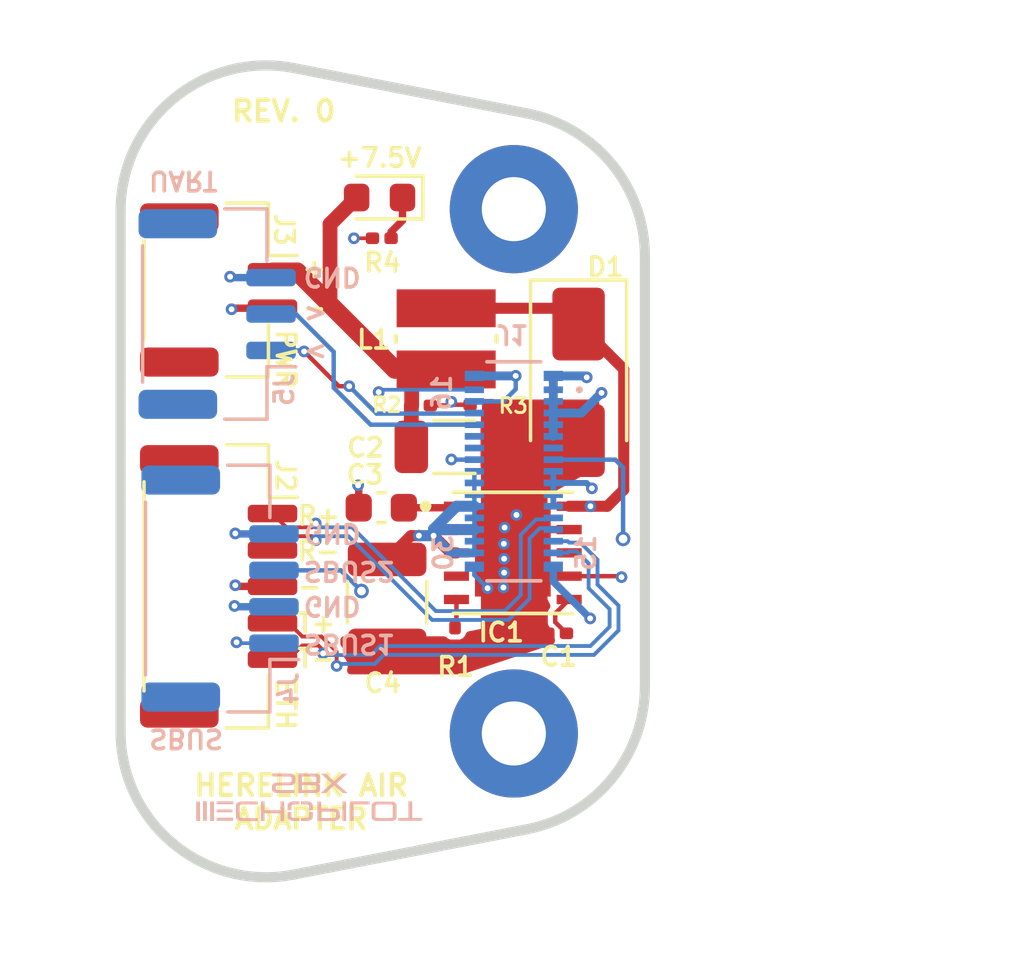
<source format=kicad_pcb>
(kicad_pcb (version 20221018) (generator pcbnew)
  (layers (0 "F.Cu" signal) (1 "In1.Cu" power "Gnd1.Cu") (2 "In2.Cu" signal "In1.Cu") (3 "In3.Cu" signal "In2.Cu") (4 "In4.Cu" power "Gnd2.Cu") (31 "B.Cu" signal) (34 "B.Paste" user) (35 "F.Paste" user) (36 "B.SilkS" user "B.Silkscreen") (37 "F.SilkS" user "F.Silkscreen") (38 "B.Mask" user) (39 "F.Mask" user) (44 "Edge.Cuts" user))
  (net 0 "")
  (net 1 "GND")
  (net 3 "SBUS2_HERELINK")
  (net 4 "ETH_RADIO_RX_POSTMAG_P")
  (net 5 "ETH_RADIO_RX_POSTMAG_N")
  (net 6 "ETH_RADIO_TX_POSTMAG_P")
  (net 7 "ETH_RADIO_TX_POSTMAG_N")
  (net 8 "TELEM1_TX")
  (net 9 "TELEM1_RX")
  (net 12 "+VIN_PROT_RADIO")
  (net 13 "+7.5V")
  (net 14 "RC_INPUT")
  (net 15 "Net-(IC1-SS)")
  (net 16 "Net-(IC1-BOOT)")
  (net 17 "Net-(D1-K)")
  (net 19 "Net-(IC1-RT{slash}SYNC)")
  (net 20 "Net-(IC1-FB)")
  (net 22 "Net-(D2-K)")
  (footprint "Resistor_SMD:R_0201_0603Metric" (layer "F.Cu") (at 100.8126 97.7392)
    (fp_text reference "R2" (at -1.1726 -0.0192) (layer "F.SilkS") (effects (font (size 0.508 0.508) (thickness 0.1016) bold)))
    (fp_text value "90.9K")
    (pad "1" smd roundrect (at -0.32 0) (size 0.46 0.4) (layers "F.Cu" "F.Mask") (net 13 "+7.5V"))
    (pad "2" smd roundrect (at 0.32 0) (size 0.46 0.4) (layers "F.Cu" "F.Mask") (net 20 "Net-(IC1-FB)"))
  )
  (footprint "Capacitor_SMD:C_1206_3216Metric" (layer "F.Cu") (at 101.9556 99.1616)
    (fp_text reference "C2" (at -3.048 0.0254) (layer "F.SilkS") (effects (font (size 0.635 0.635) (thickness 0.127))))
    (fp_text value "47uF")
    (pad "1" smd roundrect (at -1.475 0) (size 1.15 1.8) (layers "F.Cu" "F.Paste" "F.Mask") (roundrect_rratio 0.217391) (net 13 "+7.5V"))
    (pad "2" smd roundrect (at 1.475 0) (size 1.15 1.8) (layers "F.Cu" "F.Paste" "F.Mask") (roundrect_rratio 0.217391) (net 1 "GND"))
  )
  (footprint "Capacitor_SMD:C_0603_1608Metric" (layer "F.Cu") (at 99.45 101.25 180)
    (fp_text reference "C3" (at 0.56 1.13) (layer "F.SilkS") (effects (font (size 0.635 0.635) (thickness 0.127))))
    (fp_text value "0.1uF 100V")
    (pad "1" smd roundrect (at -0.775 0 180) (size 0.9 0.95) (layers "F.Cu" "F.Paste" "F.Mask") (net 16 "Net-(IC1-BOOT)"))
    (pad "2" smd roundrect (at 0.775 0 180) (size 0.9 0.95) (layers "F.Cu" "F.Paste" "F.Mask") (net 17 "Net-(D1-K)"))
  )
  (footprint "MountingHole:MountingHole_2.2mm_M2_Pad" (layer "F.Cu") (at 104 91)
    (fp_text reference "H1" hide)
    (fp_text value "MountingHole_Pad")
    (pad "1" thru_hole circle (at 0 0) (size 4.4 4.4) (drill 2.2) (layers "*.Cu" "*.Mask") (net 1 "GND"))
  )
  (footprint "Resistor_SMD:R_0201_0603Metric" (layer "F.Cu") (at 102.8192 97.7138)
    (fp_text reference "R3" (at 1.1608 0.0362) (layer "F.SilkS") (effects (font (size 0.508 0.508) (thickness 0.1016) bold)))
    (fp_text value "10K")
    (pad "1" smd roundrect (at -0.32 0) (size 0.46 0.4) (layers "F.Cu" "F.Mask") (net 20 "Net-(IC1-FB)"))
    (pad "2" smd roundrect (at 0.32 0) (size 0.46 0.4) (layers "F.Cu" "F.Mask") (net 1 "GND"))
  )
  (footprint "UVDL.Pretty:IND_336047_WRE" (layer "F.Cu") (at 101.6762 95.4532 -90)
    (fp_text reference "L1" (at 0.0254 2.4892 unlocked) (layer "F.SilkS") (effects (font (size 0.635 0.635) (thickness 0.127))))
    (fp_text value "4.7uF")
    (pad "1" smd rect (at -1.05 0 270) (size 1.3 3.4) (layers "F.Cu" "F.Paste" "F.Mask") (net 17 "Net-(D1-K)"))
    (pad "2" smd rect (at 1.05 0 270) (size 1.3 3.4) (layers "F.Cu" "F.Paste" "F.Mask") (net 13 "+7.5V"))
    (zone (net 0) (net_name "") (layer "F.Cu") (connect_pads (clearance 0)) (min_thickness 0.254)
      (keepout (tracks not_allowed) (vias not_allowed) (pads allowed) (copperpour not_allowed) (footprints allowed))
      (fill (thermal_gap 0.508) (thermal_bridge_width 0.508))
      (polygon (pts (xy 103.2256 95.0976) (xy 103.2256 95.8088) (xy 100.1268 95.8088) (xy 100.1268 95.0976)))
    )
  )
  (footprint "LED_SMD:LED_0603_1608Metric" (layer "F.Cu") (at 99.3902 90.6018 180)
    (fp_text reference "D2" hide)
    (fp_text value "LED_G")
    (pad "1" smd roundrect (at -0.7875 0 180) (size 0.875 0.95) (layers "F.Cu" "F.Paste" "F.Mask") (net 22 "Net-(D2-K)"))
    (pad "2" smd roundrect (at 0.7875 0 180) (size 0.875 0.95) (layers "F.Cu" "F.Paste" "F.Mask") (net 13 "+7.5V"))
  )
  (footprint "MountingHole:MountingHole_2.2mm_M2_Pad" (layer "F.Cu") (at 104 109)
    (fp_text reference "H2" hide)
    (fp_text value "MountingHole_Pad")
    (pad "1" thru_hole circle (at 0 0) (size 4.4 4.4) (drill 2.2) (layers "*.Cu" "*.Mask") (net 1 "GND"))
  )
  (footprint "Connector_JST:JST_GH_SM02B-GHS-TB_1x02-1MP_P1.25mm_Horizontal" (layer "F.Cu") (at 93.865238 93.775 -90)
    (fp_text reference "J3" (at -2.075 -2.25 -90 unlocked) (layer "F.SilkS") (effects (font (size 0.635 0.635) (thickness 0.127) bold)))
    (fp_text value "Conn_01x02")
    (pad "1" smd roundrect (at -0.625 -1.85 270) (size 0.6 1.7) (layers "F.Cu" "F.Paste" "F.Mask") (net 13 "+7.5V"))
    (pad "2" smd roundrect (at 0.625 -1.85 270) (size 0.6 1.7) (layers "F.Cu" "F.Paste" "F.Mask") (net 1 "GND"))
    (pad "MP" smd roundrect (at -2.475 1.35 270) (size 1 2.7) (layers "F.Cu" "F.Paste" "F.Mask"))
    (pad "MP" smd roundrect (at 2.475 1.35 270) (size 1 2.7) (layers "F.Cu" "F.Paste" "F.Mask"))
  )
  (footprint "Capacitor_SMD:C_0201_0603Metric" (layer "F.Cu") (at 105.4862 105.5624 180)
    (fp_text reference "C1" (at -0.055 -0.8) (layer "F.SilkS") (effects (font (size 0.635 0.635) (thickness 0.127))))
    (fp_text value "4.7nF")
    (pad "1" smd roundrect (at -0.32 0 180) (size 0.46 0.4) (layers "F.Cu" "F.Mask") (net 15 "Net-(IC1-SS)"))
    (pad "2" smd roundrect (at 0.32 0 180) (size 0.46 0.4) (layers "F.Cu" "F.Mask") (net 1 "GND"))
  )
  (footprint "Diode_SMD:D_SMA" (layer "F.Cu") (at 106.2228 96.9452 -90)
    (fp_text reference "D1" (at -3.9552 -0.9272 -180) (layer "F.SilkS") (effects (font (size 0.635 0.635) (thickness 0.127))))
    (fp_text value "D_Zener")
    (pad "1" smd roundrect (at -2 0 270) (size 2.5 1.8) (layers "F.Cu" "F.Paste" "F.Mask") (roundrect_rratio 0.1388888889) (net 17 "Net-(D1-K)"))
    (pad "2" smd roundrect (at 2 0 270) (size 2.5 1.8) (layers "F.Cu" "F.Paste" "F.Mask") (roundrect_rratio 0.1388888889) (net 1 "GND"))
  )
  (footprint "UVDL.Pretty:SON80P400X400X80-11N" (layer "F.Cu") (at 103.965 102.8)
    (fp_text reference "IC1" (at -0.395 2.73) (layer "F.SilkS") (effects (font (size 0.635 0.635) (thickness 0.127) bold)))
    (fp_text value "LMR14020SQDPRRQ1")
    (pad "1" smd rect (at -1.935 -1.6) (size 0.86 0.32) (layers "F.Cu" "F.Paste" "F.Mask") (net 16 "Net-(IC1-BOOT)"))
    (pad "2" smd rect (at -1.935 -0.8) (size 0.86 0.32) (layers "F.Cu" "F.Paste" "F.Mask") (net 12 "+VIN_PROT_RADIO"))
    (pad "3" smd rect (at -1.935 0) (size 0.86 0.32) (layers "F.Cu" "F.Paste" "F.Mask") (net 12 "+VIN_PROT_RADIO"))
    (pad "4" smd rect (at -1.935 0.8) (size 0.86 0.32) (layers "F.Cu" "F.Paste" "F.Mask"))
    (pad "5" smd rect (at -1.935 1.6) (size 0.86 0.32) (layers "F.Cu" "F.Paste" "F.Mask") (net 19 "Net-(IC1-RT{slash}SYNC)"))
    (pad "6" smd rect (at 1.935 1.6) (size 0.86 0.32) (layers "F.Cu" "F.Paste" "F.Mask") (net 15 "Net-(IC1-SS)"))
    (pad "7" smd rect (at 1.935 0.8) (size 0.86 0.32) (layers "F.Cu" "F.Paste" "F.Mask") (net 20 "Net-(IC1-FB)"))
    (pad "8" smd rect (at 1.935 0) (size 0.86 0.32) (layers "F.Cu" "F.Paste" "F.Mask"))
    (pad "9" smd rect (at 1.935 -0.8) (size 0.86 0.32) (layers "F.Cu" "F.Paste" "F.Mask") (net 1 "GND"))
    (pad "10" smd rect (at 1.935 -1.6) (size 0.86 0.32) (layers "F.Cu" "F.Paste" "F.Mask") (net 17 "Net-(D1-K)"))
    (pad "11" smd rect (at 0 0) (size 2.6 3) (layers "F.Cu" "F.Mask") (net 1 "GND"))
  )
  (footprint "Capacitor_SMD:C_1210_3225Metric" (layer "F.Cu") (at 99.65 104.5 -90)
    (fp_text reference "C4" (at 2.77 0.15 -180) (layer "F.SilkS") (effects (font (size 0.635 0.635) (thickness 0.127))))
    (fp_text value "10uF 63V")
    (pad "1" smd roundrect (at -1.475 0 270) (size 1.15 2.7) (layers "F.Cu" "F.Paste" "F.Mask") (roundrect_rratio 0.217391) (net 12 "+VIN_PROT_RADIO"))
    (pad "2" smd roundrect (at 1.475 0 270) (size 1.15 2.7) (layers "F.Cu" "F.Paste" "F.Mask") (roundrect_rratio 0.217391) (net 1 "GND"))
  )
  (footprint "Connector_JST:JST_GH_SM05B-GHS-TB_1x05-1MP_P1.25mm_Horizontal" (layer "F.Cu") (at 93.865238 103.95 -90)
    (fp_text reference "J2" (at -3.8 -2.3 -90 unlocked) (layer "F.SilkS") (effects (font (size 0.635 0.635) (thickness 0.127) bold)))
    (fp_text value "Conn_01x05")
    (pad "1" smd roundrect (at -2.5 -1.85 270) (size 0.6 1.7) (layers "F.Cu" "F.Paste" "F.Mask") (net 4 "ETH_RADIO_RX_POSTMAG_P"))
    (pad "2" smd roundrect (at -1.25 -1.85 270) (size 0.6 1.7) (layers "F.Cu" "F.Paste" "F.Mask") (net 5 "ETH_RADIO_RX_POSTMAG_N"))
    (pad "3" smd roundrect (at 0 -1.85 270) (size 0.6 1.7) (layers "F.Cu" "F.Paste" "F.Mask") (net 1 "GND"))
    (pad "4" smd roundrect (at 1.25 -1.85 270) (size 0.6 1.7) (layers "F.Cu" "F.Paste" "F.Mask") (net 6 "ETH_RADIO_TX_POSTMAG_P"))
    (pad "5" smd roundrect (at 2.5 -1.85 270) (size 0.6 1.7) (layers "F.Cu" "F.Paste" "F.Mask") (net 7 "ETH_RADIO_TX_POSTMAG_N"))
    (pad "MP" smd roundrect (at -4.35 1.35 270) (size 1 2.7) (layers "F.Cu" "F.Paste" "F.Mask"))
    (pad "MP" smd roundrect (at 4.35 1.35 270) (size 1 2.7) (layers "F.Cu" "F.Paste" "F.Mask"))
  )
  (footprint "Resistor_SMD:R_0201_0603Metric" (layer "F.Cu") (at 101.981 105.6894 -90)
    (fp_text reference "R1" (at 1.0206 -0.019 -180) (layer "F.SilkS") (effects (font (size 0.635 0.635) (thickness 0.127))))
    (fp_text value "23.2K")
    (pad "1" smd roundrect (at -0.32 0 270) (size 0.46 0.4) (layers "F.Cu" "F.Mask") (net 19 "Net-(IC1-RT{slash}SYNC)"))
    (pad "2" smd roundrect (at 0.32 0 270) (size 0.46 0.4) (layers "F.Cu" "F.Mask") (net 1 "GND"))
  )
  (footprint "Resistor_SMD:R_0201_0603Metric" (layer "F.Cu") (at 99.4664 91.9988 180)
    (fp_text reference "R4" (at -0.0254 -0.8382) (layer "F.SilkS") (effects (font (size 0.635 0.635) (thickness 0.127) bold)))
    (fp_text value "1.0K")
    (pad "1" smd roundrect (at -0.32 0 180) (size 0.46 0.4) (layers "F.Cu" "F.Mask") (net 22 "Net-(D2-K)"))
    (pad "2" smd roundrect (at 0.32 0 180) (size 0.46 0.4) (layers "F.Cu" "F.Mask") (net 1 "GND"))
  )
  (footprint "Connector_JST:JST_GH_SM04B-GHS-TB_1x04-1MP_P1.25mm_Horizontal" (layer "B.Cu") (at 93.915238 104.025 90)
    (fp_text reference "J4" (at -3.425 2.35 90 unlocked) (layer "B.SilkS") (effects (font (size 0.635 0.635) (thickness 0.127) bold) (justify mirror)))
    (fp_text value "Conn_01x04")
    (pad "1" smd roundrect (at -1.875 1.85 90) (size 0.6 1.7) (layers "B.Cu" "B.Paste" "B.Mask") (net 14 "RC_INPUT"))
    (pad "2" smd roundrect (at -0.625 1.85 90) (size 0.6 1.7) (layers "B.Cu" "B.Paste" "B.Mask") (net 1 "GND"))
    (pad "3" smd roundrect (at 0.625 1.85 90) (size 0.6 1.7) (layers "B.Cu" "B.Paste" "B.Mask") (net 3 "SBUS2_HERELINK"))
    (pad "4" smd roundrect (at 1.875 1.85 90) (size 0.6 1.7) (layers "B.Cu" "B.Paste" "B.Mask") (net 1 "GND"))
    (pad "MP" smd roundrect (at -3.725 -1.35 90) (size 1 2.7) (layers "B.Cu" "B.Paste" "B.Mask"))
    (pad "MP" smd roundrect (at 3.725 -1.35 90) (size 1 2.7) (layers "B.Cu" "B.Paste" "B.Mask"))
  )
  (footprint "LOGO" (layer "B.Cu") (at 96.97 111.15)
    (fp_text reference "G***" hide)
    (fp_text value "LOGO" hide)
  )
  (footprint "UVDL.Pretty:HRS_DF40C-30DP-0.4V_51_" (layer "B.Cu") (at 104 100 -90)
    (fp_text reference "J1" (at -4.7 0.05 -180 unlocked) (layer "B.SilkS") (effects (font (size 0.635 0.635) (thickness 0.127) bold) (justify mirror)))
    (fp_text value "DF40C-30DP-0.4V(51)")
    (pad "1" smd rect (at -2.8 -1.355 270) (size 0.23 0.66) (layers "B.Cu") (net 1 "GND"))
    (pad "2" smd rect (at -2.4 -1.355 270) (size 0.23 0.66) (layers "B.Cu") (net 1 "GND"))
    (pad "3" smd rect (at -2 -1.355 270) (size 0.23 0.66) (layers "B.Cu") (net 1 "GND"))
    (pad "4" smd rect (at -1.6 -1.355 270) (size 0.23 0.66) (layers "B.Cu") (net 1 "GND"))
    (pad "5" smd rect (at -1.2 -1.355 270) (size 0.23 0.66) (layers "B.Cu") (net 1 "GND"))
    (pad "6" smd rect (at -0.8 -1.355 270) (size 0.23 0.66) (layers "B.Cu"))
    (pad "7" smd rect (at -0.4 -1.355 270) (size 0.23 0.66) (layers "B.Cu") (net 3 "SBUS2_HERELINK"))
    (pad "8" smd rect (at 0 -1.355 270) (size 0.23 0.66) (layers "B.Cu") (net 1 "GND"))
    (pad "9" smd rect (at 0.4 -1.355 270) (size 0.23 0.66) (layers "B.Cu") (net 1 "GND"))
    (pad "10" smd rect (at 0.8 -1.355 270) (size 0.23 0.66) (layers "B.Cu") (net 1 "GND"))
    (pad "11" smd rect (at 1.2 -1.355 270) (size 0.23 0.66) (layers "B.Cu") (net 1 "GND"))
    (pad "12" smd rect (at 1.6 -1.355 270) (size 0.23 0.66) (layers "B.Cu") (net 4 "ETH_RADIO_RX_POSTMAG_P"))
    (pad "13" smd rect (at 2 -1.355 270) (size 0.23 0.66) (layers "B.Cu") (net 5 "ETH_RADIO_RX_POSTMAG_N"))
    (pad "14" smd rect (at 2.4 -1.355 270) (size 0.23 0.66) (layers "B.Cu") (net 6 "ETH_RADIO_TX_POSTMAG_P"))
    (pad "15" smd rect (at 2.8 -1.355 270) (size 0.23 0.66) (layers "B.Cu") (net 7 "ETH_RADIO_TX_POSTMAG_N"))
    (pad "16" smd rect (at -2.8 1.355 270) (size 0.23 0.66) (layers "B.Cu") (net 14 "RC_INPUT"))
    (pad "17" smd rect (at -2.4 1.355 270) (size 0.23 0.66) (layers "B.Cu") (net 1 "GND"))
    (pad "18" smd rect (at -2 1.355 270) (size 0.23 0.66) (layers "B.Cu") (net 8 "TELEM1_TX"))
    (pad "19" smd rect (at -1.6 1.355 270) (size 0.23 0.66) (layers "B.Cu") (net 9 "TELEM1_RX"))
    (pad "20" smd rect (at -1.2 1.355 270) (size 0.23 0.66) (layers "B.Cu"))
    (pad "21" smd rect (at -0.8 1.355 270) (size 0.23 0.66) (layers "B.Cu"))
    (pad "22" smd rect (at -0.4 1.355 270) (size 0.23 0.66) (layers "B.Cu") (net 1 "GND"))
    (pad "23" smd rect (at 0 1.355 270) (size 0.23 0.66) (layers "B.Cu") (net 12 "+VIN_PROT_RADIO"))
    (pad "24" smd rect (at 0.4 1.355 270) (size 0.23 0.66) (layers "B.Cu") (net 12 "+VIN_PROT_RADIO"))
    (pad "25" smd rect (at 0.8 1.355 270) (size 0.23 0.66) (layers "B.Cu") (net 12 "+VIN_PROT_RADIO"))
    (pad "26" smd rect (at 1.2 1.355 270) (size 0.23 0.66) (layers "B.Cu") (net 12 "+VIN_PROT_RADIO"))
    (pad "27" smd rect (at 1.6 1.355 270) (size 0.23 0.66) (layers "B.Cu") (net 12 "+VIN_PROT_RADIO"))
    (pad "28" smd rect (at 2 1.355 270) (size 0.23 0.66) (layers "B.Cu") (net 12 "+VIN_PROT_RADIO"))
    (pad "29" smd rect (at 2.4 1.355 270) (size 0.23 0.66) (layers "B.Cu") (net 12 "+VIN_PROT_RADIO"))
    (pad "30" smd rect (at 2.8 1.355 270) (size 0.23 0.66) (layers "B.Cu") (net 12 "+VIN_PROT_RADIO"))
    (pad "SH" smd rect (at -3.275 -1.355 270) (size 0.35 0.66) (layers "B.Cu" "B.Mask") (net 1 "GND"))
    (pad "SH" smd rect (at -3.275 1.355 270) (size 0.35 0.66) (layers "B.Cu" "B.Mask") (net 1 "GND"))
    (pad "SH" smd rect (at 3.275 -1.355 270) (size 0.35 0.66) (layers "B.Cu" "B.Mask") (net 1 "GND"))
    (pad "SH" smd rect (at 3.275 1.355 270) (size 0.35 0.66) (layers "B.Cu" "B.Mask") (net 1 "GND"))
  )
  (footprint "Connector_JST:JST_GH_SM03B-GHS-TB_1x03-1MP_P1.25mm_Horizontal" (layer "B.Cu") (at 93.815238 94.6 90)
    (fp_text reference "J5" (at -2.6 2.3 90) (layer "B.SilkS") (effects (font (size 0.635 0.635) (thickness 0.127) bold) (justify mirror)))
    (fp_text value "Conn_01x03")
    (pad "1" smd roundrect (at -1.25 1.85 90) (size 0.6 1.7) (layers "B.Cu" "B.Paste" "B.Mask") (net 8 "TELEM1_TX"))
    (pad "2" smd roundrect (at 0 1.85 90) (size 0.6 1.7) (layers "B.Cu" "B.Paste" "B.Mask") (net 9 "TELEM1_RX"))
    (pad "3" smd roundrect (at 1.25 1.85 90) (size 0.6 1.7) (layers "B.Cu" "B.Paste" "B.Mask") (net 1 "GND"))
    (pad "MP" smd roundrect (at -3.1 -1.35 90) (size 1 2.7) (layers "B.Cu" "B.Paste" "B.Mask"))
    (pad "MP" smd roundrect (at 3.1 -1.35 90) (size 1 2.7) (layers "B.Cu" "B.Paste" "B.Mask"))
  )
  (gr_curve (pts (xy 90.5 108.934133) (xy 90.5 112.078463) (xy 93.367826 114.442367) (xy 96.454348 113.84221)) (stroke (width 0.35)) (layer "Edge.Cuts"))
  (gr_curve (pts (xy 108.5 92.621422) (xy 108.5 90.227961) (xy 106.803807 88.170185) (xy 104.454348 87.713345)) (stroke (width 0.35)) (layer "Edge.Cuts"))
  (gr_line (start 96.454348 113.84221) (end 104.454348 112.286654) (stroke (width 0.35)) (layer "Edge.Cuts"))
  (gr_line (start 90.5 91.065867) (end 90.5 108.934133) (stroke (width 0.35)) (layer "Edge.Cuts"))
  (gr_line (start 108.5 107.378578) (end 108.5 92.621422) (stroke (width 0.35)) (layer "Edge.Cuts"))
  (gr_line (start 104.454348 87.713345) (end 96.454348 86.15779) (stroke (width 0.35)) (layer "Edge.Cuts"))
  (gr_curve (pts (xy 96.454348 86.15779) (xy 93.367826 85.557633) (xy 90.5 87.921537) (xy 90.5 91.065867)) (stroke (width 0.35)) (layer "Edge.Cuts"))
  (gr_curve (pts (xy 104.454348 112.286654) (xy 106.803807 111.829815) (xy 108.5 109.772039) (xy 108.5 107.378578)) (stroke (width 0.35)) (layer "Edge.Cuts"))
  (gr_text "15" (at 106.85 102.8 90) (layer "B.SilkS") (effects (font (size 0.635 0.635) (thickness 0.127) bold) (justify bottom mirror)))
  (gr_text "SBUS" (at 92.75 108.8 180) (layer "B.SilkS") (effects (font (size 0.635 0.635) (thickness 0.127) bold) (justify bottom mirror)))
  (gr_text "SBUS1" (at 98.354881 105.55 180) (layer "B.SilkS") (effects (font (size 0.635 0.635) (thickness 0.127) bold) (justify bottom mirror)))
  (gr_text "16" (at 101.9 97.3 90) (layer "B.SilkS") (effects (font (size 0.635 0.635) (thickness 0.127) bold) (justify bottom mirror)))
  (gr_text "<" (at 97.190714 94.9) (layer "B.SilkS") (effects (font (size 0.635 0.635) (thickness 0.127) bold) (justify bottom mirror)))
  (gr_text "<" (at 97.190714 95.55 180) (layer "B.SilkS") (effects (font (size 0.635 0.635) (thickness 0.127) bold) (justify bottom mirror)))
  (gr_text "GND" (at 97.765238 104.25 180) (layer "B.SilkS") (effects (font (size 0.635 0.635) (thickness 0.127) bold) (justify bottom mirror)))
  (gr_text "SBUS2" (at 98.354881 103.05 180) (layer "B.SilkS") (effects (font (size 0.635 0.635) (thickness 0.127) bold) (justify bottom mirror)))
  (gr_text "UART" (at 92.65 89.65 180) (layer "B.SilkS") (effects (font (size 0.635 0.635) (thickness 0.127) bold) (justify bottom mirror)))
  (gr_text "30" (at 101.95 102.8 90) (layer "B.SilkS") (effects (font (size 0.635 0.635) (thickness 0.127) bold) (justify bottom mirror)))
  (gr_text "GND" (at 97.765238 101.75 180) (layer "B.SilkS") (effects (font (size 0.635 0.635) (thickness 0.127) bold) (justify bottom mirror)))
  (gr_text "GND" (at 97.765238 92.95 180) (layer "B.SilkS") (effects (font (size 0.635 0.635) (thickness 0.127) bold) (justify bottom mirror)))
  (gr_text "T-" (at 97.224405 106.8) (layer "F.SilkS") (effects (font (size 0.635 0.635) (thickness 0.127) bold) (justify bottom)))
  (gr_text "R+" (at 97.3 101.9) (layer "F.SilkS") (effects (font (size 0.635 0.635) (thickness 0.127) bold) (justify bottom)))
  (gr_text "ETH" (at 95.8 108 270) (layer "F.SilkS") (effects (font (size 0.635 0.635) (thickness 0.127) bold) (justify bottom)))
  (gr_text "R-" (at 97.3 103.1125) (layer "F.SilkS") (effects (font (size 0.635 0.635) (thickness 0.127) bold) (justify bottom)))
  (gr_text "-" (at 96.9825 104.325) (layer "F.SilkS") (effects (font (size 0.635 0.635) (thickness 0.127) bold) (justify bottom)))
  (gr_text "PWR" (at 95.8 96.15 270) (layer "F.SilkS") (effects (font (size 0.635 0.635) (thickness 0.127) bold) (justify bottom)))
  (gr_text "HERELINK AIR\nADAPTER" (at 96.7 112.35) (layer "F.SilkS") (effects (font (size 0.7112 0.7112) (thickness 0.1524) bold) (justify bottom)))
  (gr_text "-" (at 97.15 94.1 180) (layer "F.SilkS") (effects (font (size 0.635 0.635) (thickness 0.127) bold) (justify bottom)))
  (gr_text "T+" (at 97.224405 105.5875) (layer "F.SilkS") (effects (font (size 0.635 0.635) (thickness 0.127) bold) (justify bottom)))
  (gr_text "REV. 0" (at 96.1 88.05) (layer "F.SilkS") (effects (font (size 0.7112 0.7112) (thickness 0.1524) bold) (justify bottom)))
  (gr_text "+7.5V" (at 99.3902 89.6112) (layer "F.SilkS") (effects (font (size 0.635 0.635) (thickness 0.127) bold) (justify bottom)))
  (gr_text "+" (at 97.15 93.4) (layer "F.SilkS") (effects (font (size 0.635 0.635) (thickness 0.127) bold) (justify bottom)))
  (segment (start 99.1464 91.9988) (end 98.5112 91.9988) (width 0.127) (layer "F.Cu") (net 1))
  (segment (start 94.4758 103.95) (end 94.4372 103.9114) (width 0.254) (layer "F.Cu") (net 1))
  (segment (start 104.765 102) (end 103.965 102.8) (width 0.254) (layer "F.Cu") (net 1))
  (segment (start 95.715238 103.95) (end 94.4758 103.95) (width 0.254) (layer "F.Cu") (net 1))
  (segment (start 98.5112 91.9988) (end 98.51 92) (width 0.127) (layer "F.Cu") (net 1))
  (segment (start 105.9 102) (end 104.765 102) (width 0.254) (layer "F.Cu") (net 1))
  (segment (start 94.3474 94.4) (end 94.3102 94.4372) (width 0.254) (layer "F.Cu") (net 1))
  (segment (start 95.715238 94.4) (end 94.3474 94.4) (width 0.254) (layer "F.Cu") (net 1))
  (via (at 106.62 105.05) (size 0.4) (drill 0.2) (layers "F.Cu" "B.Cu") (net 1))
  (via (at 107.0102 97.3074) (size 0.4) (drill 0.2) (layers "F.Cu" "B.Cu") (net 1))
  (via (at 94.4372 103.9114) (size 0.4) (drill 0.2) (layers "F.Cu" "B.Cu") (net 1))
  (via (at 103.6828 101.9302) (size 0.4) (drill 0.2) (layers "F.Cu" "B.Cu") (net 1))
  (via (at 94.2594 93.3196) (size 0.4) (drill 0.2) (layers "F.Cu" "B.Cu") (net 1))
  (via (at 94.4118 104.6226) (size 0.4) (drill 0.2) (layers "F.Cu" "B.Cu") (net 1))
  (via (at 103.6658 103.001782) (size 0.4) (drill 0.2) (layers "F.Cu" "B.Cu") (net 1))
  (via (at 98.51 92) (size 0.4) (drill 0.2) (layers "F.Cu" "B.Cu") (net 1))
  (via (at 104.0892 101.4984) (size 0.4) (drill 0.2) (layers "F.Cu" "B.Cu") (net 1))
  (via (at 103.6574 102.489) (size 0.4) (drill 0.2) (layers "F.Cu" "B.Cu") (net 1))
  (via (at 104.0638 96.7232) (size 0.4) (drill 0.2) (layers "F.Cu" "B.Cu") (net 1))
  (via (at 94.3102 94.4372) (size 0.4) (drill 0.2) (layers "F.Cu" "B.Cu") (net 1))
  (via (at 106.68 100.584) (size 0.4) (drill 0.2) (layers "F.Cu" "B.Cu") (net 1))
  (via (at 101.854 99.5934) (size 0.4) (drill 0.2) (layers "F.Cu" "B.Cu") (net 1))
  (via (at 94.4372 102.1334) (size 0.4) (drill 0.2) (layers "F.Cu" "B.Cu") (net 1))
  (via (at 103.6658 103.4796) (size 0.4) (drill 0.2) (layers "F.Cu" "B.Cu") (net 1))
  (via (at 106.5022 96.774) (size 0.4) (drill 0.2) (layers "F.Cu" "B.Cu") (net 1))
  (via (at 103.0986 104.013) (size 0.4) (drill 0.2) (layers "F.Cu" "B.Cu") (net 1))
  (via (at 103.641983 103.989183) (size 0.4) (drill 0.2) (layers "F.Cu" "B.Cu") (net 1))
  (segment (start 105.355 103.785) (end 106.62 105.05) (width 0.254) (layer "B.Cu") (net 1))
  (segment (start 105.355 103.275) (end 105.355 103.785) (width 0.254) (layer "B.Cu") (net 1))
  (segment (start 102.645 103.5594) (end 103.0986 104.013) (width 0.1524) (layer "B.Cu") (net 1))
  (segment (start 106.496 100.4) (end 106.68 100.584) (width 0.2032) (layer "B.Cu") (net 1))
  (segment (start 105.355 101.2) (end 105.355 100.4) (width 0.2032) (layer "B.Cu") (net 1))
  (segment (start 106.4532 96.725) (end 106.5022 96.774) (width 0.3048) (layer "B.Cu") (net 1))
  (segment (start 102.645 97.6) (end 103.6442 97.6) (width 0.1524) (layer "B.Cu") (net 1))
  (segment (start 104.062 96.725) (end 104.0638 96.7232) (width 0.3048) (layer "B.Cu") (net 1))
  (segment (start 103.6442 97.6) (end 104.0638 97.1804) (width 0.1524) (layer "B.Cu") (net 1))
  (segment (start 101.8606 99.6) (end 101.854 99.5934) (width 0.1524) (layer "B.Cu") (net 1))
  (segment (start 102.645 96.725) (end 104.062 96.725) (width 0.3048) (layer "B.Cu") (net 1))
  (segment (start 94.4392 104.65) (end 94.4118 104.6226) (width 0.254) (layer "B.Cu") (net 1))
  (segment (start 105.355 100) (end 105.355 100.4) (width 0.2032) (layer "B.Cu") (net 1))
  (segment (start 104.0638 97.1804) (end 104.0638 96.7232) (width 0.1524) (layer "B.Cu") (net 1))
  (segment (start 95.765238 104.65) (end 94.4392 104.65) (width 0.254) (layer "B.Cu") (net 1))
  (segment (start 95.765238 102.15) (end 94.4538 102.15) (width 0.254) (layer "B.Cu") (net 1))
  (segment (start 105.355 96.725) (end 106.4532 96.725) (width 0.3048) (layer "B.Cu") (net 1))
  (segment (start 94.4538 102.15) (end 94.4372 102.1334) (width 0.254) (layer "B.Cu") (net 1))
  (segment (start 95.665238 93.35) (end 94.2898 93.35) (width 0.254) (layer "B.Cu") (net 1))
  (segment (start 105.355 98) (end 106.3176 98) (width 0.3048) (layer "B.Cu") (net 1))
  (segment (start 105.355 100.4) (end 106.496 100.4) (width 0.2032) (layer "B.Cu") (net 1))
  (segment (start 105.355 98.8) (end 105.355 96.725) (width 0.3048) (layer "B.Cu") (net 1))
  (segment (start 94.2898 93.35) (end 94.2594 93.3196) (width 0.254) (layer "B.Cu") (net 1))
  (segment (start 102.645 103.275) (end 102.645 103.5594) (width 0.1524) (layer "B.Cu") (net 1))
  (segment (start 102.645 99.6) (end 101.8606 99.6) (width 0.1524) (layer "B.Cu") (net 1))
  (segment (start 106.3176 98) (end 107.0102 97.3074) (width 0.3048) (layer "B.Cu") (net 1))
  (via (at 107.75 102.32) (size 0.5) (drill 0.3) (layers "F.Cu" "B.Cu") (net 3))
  (via (at 98.77 104.11) (size 0.5) (drill 0.3) (layers "F.Cu" "B.Cu") (net 3))
  (segment (start 98.06 103.4) (end 98.77 104.11) (width 0.1524) (layer "B.Cu") (net 3))
  (segment (start 107.75 99.87) (end 107.75 102.32) (width 0.1524) (layer "B.Cu") (net 3))
  (segment (start 95.765238 103.4) (end 98.06 103.4) (width 0.1524) (layer "B.Cu") (net 3))
  (segment (start 107.48 99.6) (end 107.75 99.87) (width 0.1524) (layer "B.Cu") (net 3))
  (segment (start 105.355 99.6) (end 107.48 99.6) (width 0.1524) (layer "B.Cu") (net 3))
  (segment (start 96.187837 101.922599) (end 97.066041 101.922599) (width 0.13208) (layer "F.Cu") (net 4))
  (segment (start 97.066041 101.922599) (end 97.2 101.78864) (width 0.13208) (layer "F.Cu") (net 4))
  (segment (start 95.715238 101.45) (end 96.187837 101.922599) (width 0.13208) (layer "F.Cu") (net 4))
  (via (at 97.2 101.78864) (size 0.4) (drill 0.2) (layers "F.Cu" "B.Cu") (net 4))
  (segment (start 105.0924 101.6476) (end 105.14 101.6) (width 0.13208) (layer "B.Cu") (net 4))
  (segment (start 104.766872 101.6476) (end 105.0924 101.6476) (width 0.13208) (layer "B.Cu") (net 4))
  (segment (start 103.686872 104.7976) (end 104.2376 104.246872) (width 0.13208) (layer "B.Cu") (net 4))
  (segment (start 105.14 101.6) (end 105.355 101.6) (width 0.13208) (layer "B.Cu") (net 4))
  (segment (start 104.2376 104.246872) (end 104.2376 102.176872) (width 0.13208) (layer "B.Cu") (net 4))
  (segment (start 97.2 101.78864) (end 97.333959 101.922599) (width 0.13208) (layer "B.Cu") (net 4))
  (segment (start 97.333959 101.922599) (end 98.448127 101.922599) (width 0.13208) (layer "B.Cu") (net 4))
  (segment (start 104.2376 102.176872) (end 104.766872 101.6476) (width 0.13208) (layer "B.Cu") (net 4))
  (segment (start 101.323128 104.7976) (end 103.686872 104.7976) (width 0.13208) (layer "B.Cu") (net 4))
  (segment (start 98.448127 101.922599) (end 101.323128 104.7976) (width 0.13208) (layer "B.Cu") (net 4))
  (segment (start 95.715238 102.7) (end 96.187837 102.227401) (width 0.13208) (layer "F.Cu") (net 5))
  (segment (start 97.066041 102.227401) (end 97.2 102.36136) (width 0.13208) (layer "F.Cu") (net 5))
  (segment (start 96.187837 102.227401) (end 97.066041 102.227401) (width 0.13208) (layer "F.Cu") (net 5))
  (via (at 97.2 102.36136) (size 0.4) (drill 0.2) (layers "F.Cu" "B.Cu") (net 5))
  (segment (start 101.196872 105.1024) (end 103.813128 105.1024) (width 0.13208) (layer "B.Cu") (net 5))
  (segment (start 105.14 102) (end 105.355 102) (width 0.13208) (layer "B.Cu") (net 5))
  (segment (start 97.333959 102.227401) (end 98.321873 102.227401) (width 0.13208) (layer "B.Cu") (net 5))
  (segment (start 105.0924 101.9524) (end 105.14 102) (width 0.13208) (layer "B.Cu") (net 5))
  (segment (start 97.2 102.36136) (end 97.333959 102.227401) (width 0.13208) (layer "B.Cu") (net 5))
  (segment (start 104.5424 102.303128) (end 104.893128 101.9524) (width 0.13208) (layer "B.Cu") (net 5))
  (segment (start 104.893128 101.9524) (end 105.0924 101.9524) (width 0.13208) (layer "B.Cu") (net 5))
  (segment (start 103.813128 105.1024) (end 104.5424 104.373128) (width 0.13208) (layer "B.Cu") (net 5))
  (segment (start 98.321873 102.227401) (end 101.196872 105.1024) (width 0.13208) (layer "B.Cu") (net 5))
  (segment (start 104.5424 104.373128) (end 104.5424 102.303128) (width 0.13208) (layer "B.Cu") (net 5))
  (segment (start 97.917 106.194815) (end 97.917 106.68) (width 0.13208) (layer "F.Cu") (net 6))
  (segment (start 96.737838 105.6726) (end 97.394785 105.6726) (width 0.13208) (layer "F.Cu") (net 6))
  (segment (start 97.394785 105.6726) (end 97.917 106.194815) (width 0.13208) (layer "F.Cu") (net 6))
  (segment (start 95.715238 105.2) (end 96.265238 105.2) (width 0.13208) (layer "F.Cu") (net 6))
  (segment (start 96.265238 105.2) (end 96.737838 105.6726) (width 0.13208) (layer "F.Cu") (net 6))
  (via (at 97.917 106.68) (size 0.4) (drill 0.2) (layers "F.Cu" "B.Cu") (net 6))
  (segment (start 105.355 102.4) (end 105.850001 102.4) (width 0.13208) (layer "B.Cu") (net 6))
  (segment (start 99.533128 106.3024) (end 99.223128 106.6124) (width 0.13208) (layer "B.Cu") (net 6))
  (segment (start 106.283128 102.4476) (end 106.8724 103.036872) (width 0.13208) (layer "B.Cu") (net 6))
  (segment (start 99.223128 106.6124) (end 97.9846 106.6124) (width 0.13208) (layer "B.Cu") (net 6))
  (segment (start 107.5924 105.463128) (end 106.753128 106.3024) (width 0.13208) (layer "B.Cu") (net 6))
  (segment (start 106.8724 103.036872) (end 106.8724 103.886872) (width 0.13208) (layer "B.Cu") (net 6))
  (segment (start 105.850001 102.4) (end 105.897601 102.4476) (width 0.13208) (layer "B.Cu") (net 6))
  (segment (start 105.897601 102.4476) (end 106.283128 102.4476) (width 0.13208) (layer "B.Cu") (net 6))
  (segment (start 97.9846 106.6124) (end 97.917 106.68) (width 0.13208) (layer "B.Cu") (net 6))
  (segment (start 107.5924 104.606872) (end 107.5924 105.463128) (width 0.13208) (layer "B.Cu") (net 6))
  (segment (start 106.753128 106.3024) (end 99.533128 106.3024) (width 0.13208) (layer "B.Cu") (net 6))
  (segment (start 106.8724 103.886872) (end 107.5924 104.606872) (width 0.13208) (layer "B.Cu") (net 6))
  (segment (start 96.265238 106.45) (end 96.737838 105.9774) (width 0.13208) (layer "F.Cu") (net 7))
  (segment (start 95.715238 106.45) (end 96.265238 106.45) (width 0.13208) (layer "F.Cu") (net 7))
  (segment (start 96.737838 105.9774) (end 97.2874 105.9774) (width 0.13208) (layer "F.Cu") (net 7))
  (segment (start 97.45 106.14) (end 97.45 106.25) (width 0.13208) (layer "F.Cu") (net 7))
  (segment (start 97.2874 105.9774) (end 97.45 106.14) (width 0.13208) (layer "F.Cu") (net 7))
  (via (at 97.45 106.25) (size 0.4) (drill 0.2) (layers "F.Cu" "B.Cu") (net 7))
  (segment (start 107.2876 105.336872) (end 106.626872 105.9976) (width 0.13208) (layer "B.Cu") (net 7))
  (segment (start 106.626872 105.9976) (end 99.406872 105.9976) (width 0.13208) (layer "B.Cu") (net 7))
  (segment (start 106.156872 102.7524) (end 106.5676 103.163128) (width 0.13208) (layer "B.Cu") (net 7))
  (segment (start 105.897601 102.7524) (end 106.156872 102.7524) (width 0.13208) (layer "B.Cu") (net 7))
  (segment (start 99.096872 106.3076) (end 97.5076 106.3076) (width 0.13208) (layer "B.Cu") (net 7))
  (segment (start 99.406872 105.9976) (end 99.096872 106.3076) (width 0.13208) (layer "B.Cu") (net 7))
  (segment (start 105.355 102.8) (end 105.850001 102.8) (width 0.13208) (layer "B.Cu") (net 7))
  (segment (start 105.850001 102.8) (end 105.897601 102.7524) (width 0.13208) (layer "B.Cu") (net 7))
  (segment (start 106.5676 103.163128) (end 106.5676 104.013128) (width 0.13208) (layer "B.Cu") (net 7))
  (segment (start 106.5676 104.013128) (end 107.2876 104.733128) (width 0.13208) (layer "B.Cu") (net 7))
  (segment (start 107.2876 104.733128) (end 107.2876 105.336872) (width 0.13208) (layer "B.Cu") (net 7))
  (segment (start 97.5076 106.3076) (end 97.45 106.25) (width 0.13208) (layer "B.Cu") (net 7))
  (segment (start 97.9932 97.0788) (end 98.3488 97.0788) (width 0.1524) (layer "F.Cu") (net 8))
  (segment (start 96.7994 95.885) (end 97.9932 97.0788) (width 0.1524) (layer "F.Cu") (net 8))
  (via (at 98.3488 97.0788) (size 0.4) (drill 0.2) (layers "F.Cu" "B.Cu") (net 8))
  (via (at 96.7994 95.885) (size 0.4) (drill 0.2) (layers "F.Cu" "B.Cu") (net 8))
  (segment (start 95.665238 95.85) (end 96.7644 95.85) (width 0.1524) (layer "B.Cu") (net 8))
  (segment (start 98.3488 97.0788) (end 99.2886 98.0186) (width 0.1524) (layer "B.Cu") (net 8))
  (segment (start 96.7644 95.85) (end 96.7994 95.885) (width 0.1524) (layer "B.Cu") (net 8))
  (segment (start 102.6264 98.0186) (end 102.645 98) (width 0.1524) (layer "B.Cu") (net 8))
  (segment (start 99.2886 98.0186) (end 102.6264 98.0186) (width 0.1524) (layer "B.Cu") (net 8))
  (segment (start 97.8154 95.900163) (end 96.515237 94.6) (width 0.1524) (layer "B.Cu") (net 9))
  (segment (start 102.6446 98.3996) (end 99.0854 98.3996) (width 0.1524) (layer "B.Cu") (net 9))
  (segment (start 99.0854 98.3996) (end 97.8154 97.1296) (width 0.1524) (layer "B.Cu") (net 9))
  (segment (start 97.8154 97.1296) (end 97.8154 95.900163) (width 0.1524) (layer "B.Cu") (net 9))
  (segment (start 96.515237 94.6) (end 95.665238 94.6) (width 0.1524) (layer "B.Cu") (net 9))
  (segment (start 102.645 98.4) (end 102.6446 98.3996) (width 0.1524) (layer "B.Cu") (net 9))
  (segment (start 102.03 102.8) (end 101.8348 102.8) (width 0.381) (layer "F.Cu") (net 12))
  (segment (start 102.03 102) (end 101.454 102) (width 0.381) (layer "F.Cu") (net 12))
  (segment (start 100.4654 102.2096) (end 99.65 103.025) (width 0.381) (layer "F.Cu") (net 12))
  (segment (start 101.454 102) (end 101.2444 102.2096) (width 0.381) (layer "F.Cu") (net 12))
  (segment (start 100.741197 102.2096) (end 100.4654 102.2096) (width 0.381) (layer "F.Cu") (net 12))
  (segment (start 101.8348 102.8) (end 101.2444 102.2096) (width 0.381) (layer "F.Cu") (net 12))
  (via (at 101.2444 102.2096) (size 0.4) (drill 0.2) (layers "F.Cu" "B.Cu") (net 12))
  (via (at 100.741197 102.2096) (size 0.4) (drill 0.2) (layers "F.Cu" "B.Cu") (net 12))
  (segment (start 101.2444 101.9856) (end 101.2444 102.2096) (width 0.381) (layer "B.Cu") (net 12))
  (segment (start 102.645 100) (end 102.645 102.8) (width 0.1524) (layer "B.Cu") (net 12))
  (segment (start 101.2444 102.2096) (end 101.2496 102.2096) (width 0.3048) (layer "B.Cu") (net 12))
  (segment (start 101.454 102) (end 101.2444 102.2096) (width 0.381) (layer "B.Cu") (net 12))
  (segment (start 100.741197 102.2096) (end 101.2444 102.2096) (width 0.381) (layer "B.Cu") (net 12))
  (segment (start 102.645 101.2) (end 102.03 101.2) (width 0.381) (layer "B.Cu") (net 12))
  (segment (start 102.645 102) (end 101.454 102) (width 0.381) (layer "B.Cu") (net 12))
  (segment (start 102.03 101.2) (end 101.2444 101.9856) (width 0.381) (layer "B.Cu") (net 12))
  (segment (start 101.84 102.8) (end 102.645 102.8) (width 0.3048) (layer "B.Cu") (net 12))
  (segment (start 101.2496 102.2096) (end 101.84 102.8) (width 0.3048) (layer "B.Cu") (net 12))
  (segment (start 100.4806 99.1616) (end 100.4806 97.7512) (width 0.508) (layer "F.Cu") (net 13))
  (segment (start 95.715238 93.15) (end 96.565237 93.15) (width 0.635) (layer "F.Cu") (net 13))
  (segment (start 97.69 94.274764) (end 97.69 91.5145) (width 0.508) (layer "F.Cu") (net 13))
  (segment (start 99.918437 96.5032) (end 101.6762 96.5032) (width 0.635) (layer "F.Cu") (net 13))
  (segment (start 97.69 91.5145) (end 98.6027 90.6018) (width 0.508) (layer "F.Cu") (net 13))
  (segment (start 96.565237 93.15) (end 99.918437 96.5032) (width 0.635) (layer "F.Cu") (net 13))
  (segment (start 100.4806 97.7512) (end 100.4926 97.7392) (width 0.508) (layer "F.Cu") (net 13))
  (segment (start 100.4926 96.5032) (end 101.6762 96.5032) (width 0.508) (layer "F.Cu") (net 13))
  (segment (start 100.4926 97.7392) (end 100.4926 96.5032) (width 0.508) (layer "F.Cu") (net 13))
  (segment (start 96.565236 93.15) (end 97.69 94.274764) (width 0.508) (layer "F.Cu") (net 13))
  (segment (start 95.715238 93.15) (end 96.565236 93.15) (width 0.508) (layer "F.Cu") (net 13))
  (via (at 94.48 105.87) (size 0.4) (drill 0.2) (layers "F.Cu" "B.Cu") (net 14))
  (via (at 99.36 97.28) (size 0.4) (drill 0.2) (layers "F.Cu" "B.Cu") (net 14))
  (segment (start 94.48 105.87) (end 94.51 105.9) (width 0.127) (layer "B.Cu") (net 14))
  (segment (start 102.645 97.2) (end 99.44 97.2) (width 0.127) (layer "B.Cu") (net 14))
  (segment (start 94.51 105.9) (end 95.765238 105.9) (width 0.127) (layer "B.Cu") (net 14))
  (segment (start 99.44 97.2) (end 99.36 97.28) (width 0.127) (layer "B.Cu") (net 14))
  (segment (start 105.4206 105.1768) (end 105.8062 105.5624) (width 0.1524) (layer "F.Cu") (net 15))
  (segment (start 105.4206 104.8794) (end 105.4206 105.1768) (width 0.1524) (layer "F.Cu") (net 15))
  (segment (start 105.9 104.4) (end 105.4206 104.8794) (width 0.1524) (layer "F.Cu") (net 15))
  (segment (start 101.98 101.25) (end 102.03 101.2) (width 0.254) (layer "F.Cu") (net 16))
  (segment (start 100.225 101.25) (end 101.98 101.25) (width 0.254) (layer "F.Cu") (net 16))
  (segment (start 98.675 100.5038) (end 98.6536 100.4824) (width 0.254) (layer "F.Cu") (net 17))
  (segment (start 98.675 101.25) (end 98.675 100.5038) (width 0.254) (layer "F.Cu") (net 17))
  (segment (start 107.207 101.2) (end 107.7722 100.6348) (width 0.381) (layer "F.Cu") (net 17))
  (segment (start 101.6762 94.4032) (end 105.6808 94.4032) (width 0.381) (layer "F.Cu") (net 17))
  (segment (start 105.6808 94.4032) (end 106.2228 94.9452) (width 0.381) (layer "F.Cu") (net 17))
  (segment (start 105.9 101.2) (end 107.207 101.2) (width 0.381) (layer "F.Cu") (net 17))
  (segment (start 107.7722 96.4946) (end 106.2228 94.9452) (width 0.381) (layer "F.Cu") (net 17))
  (segment (start 107.7722 100.6348) (end 107.7722 96.4946) (width 0.381) (layer "F.Cu") (net 17))
  (via (at 98.6536 100.4824) (size 0.4) (drill 0.2) (layers "F.Cu" "B.Cu") (net 17))
  (via (at 106.6292 101.2) (size 0.4) (drill 0.2) (layers "F.Cu" "B.Cu") (net 17))
  (segment (start 102.03 105.3204) (end 101.981 105.3694) (width 0.1524) (layer "F.Cu") (net 19))
  (segment (start 102.03 104.4) (end 102.03 105.3204) (width 0.1524) (layer "F.Cu") (net 19))
  (segment (start 105.9 103.6) (end 107.664 103.6) (width 0.1524) (layer "F.Cu") (net 20))
  (segment (start 101.727 97.7392) (end 101.854 97.6122) (width 0.1524) (layer "F.Cu") (net 20))
  (segment (start 107.664 103.6) (end 107.696 103.632) (width 0.1524) (layer "F.Cu") (net 20))
  (segment (start 101.1326 97.7392) (end 101.727 97.7392) (width 0.1524) (layer "F.Cu") (net 20))
  (segment (start 102.4992 97.7138) (end 101.9556 97.7138) (width 0.1524) (layer "F.Cu") (net 20))
  (segment (start 101.9556 97.7138) (end 101.854 97.6122) (width 0.1524) (layer "F.Cu") (net 20))
  (via (at 107.696 103.632) (size 0.4) (drill 0.2) (layers "F.Cu" "B.Cu") (net 20))
  (via (at 101.854 97.6122) (size 0.4) (drill 0.2) (layers "F.Cu" "B.Cu") (net 20))
  (segment (start 99.7864 91.9988) (end 99.7864 91.7804) (width 0.254) (layer "F.Cu") (net 22))
  (segment (start 100.1777 91.3891) (end 100.1777 90.6018) (width 0.254) (layer "F.Cu") (net 22))
  (segment (start 99.7864 91.7804) (end 100.1777 91.3891) (width 0.254) (layer "F.Cu") (net 22))
  (zone (net 1) (net_name "GND") (layer "F.Cu") (priority 1) (connect_pads yes (clearance 0.1778)) (min_thickness 0.25) (fill yes (thermal_gap 0.5) (thermal_bridge_width 0.5))
    (polygon (pts (xy 102.87 97.536) (xy 102.87 105.41) (xy 101.6 105.664) (xy 98.044 105.664) (xy 98.044 106.97) (xy 102.23 106.97) (xy 105.41 105.918) (xy 105.41 104.902) (xy 105.156 104.394) (xy 105.156 100.838) (xy 106.934 99.822) (xy 106.934 97.536)))
  )
)
</source>
